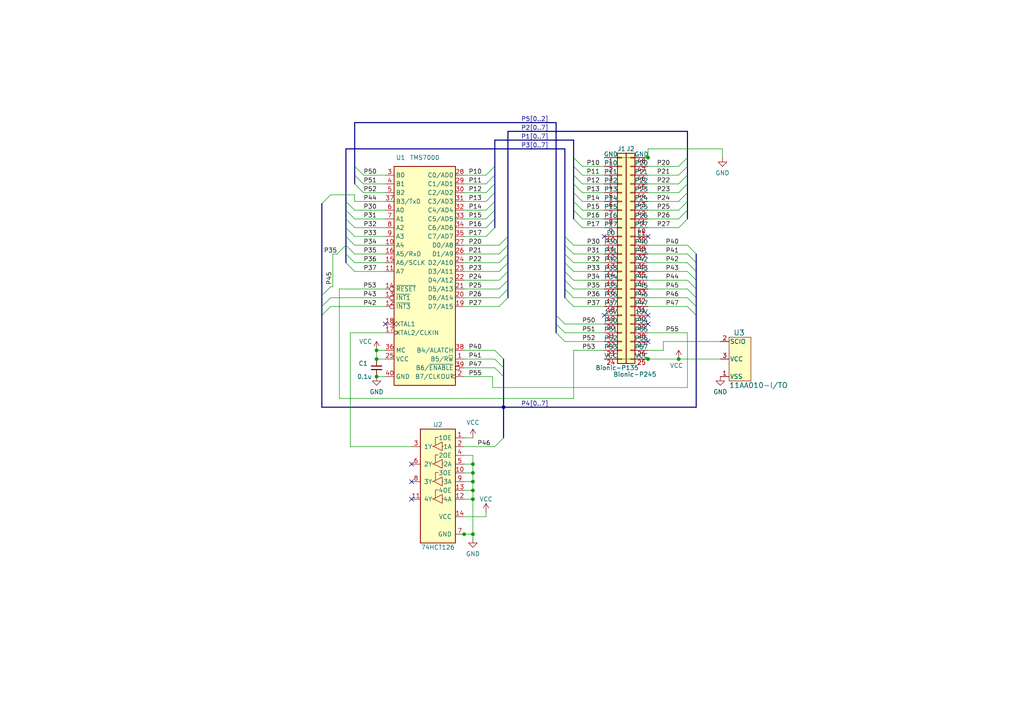
<source format=kicad_sch>
(kicad_sch (version 20230121) (generator eeschema)
  (paper "A4")
  (title_block (title "BionicTMS7000") (date "2023-12-10") (rev "1") (company "Tadashi G. Takaoka"))
  (lib_symbols
    (symbol "0-LocalLibrary:11AA010-I_TO" (pin_names (offset 0.254))
      (property "Reference" "U" (at 2.54 1.27 0))
      (property "Value" "11AA010-I/TO" (at 3.81 -13.97 0))
      (symbol "11AA010-I_TO_1_1"
        (rectangle (start 0 0) (end 6.35 -12.7) (fill (type background)))
        (pin power_in line (at -2.54 -11.43 0) (length 2.54) (name "VSS") (number "1"))
        (pin bidirectional line (at -2.54 -1.27 0) (length 2.54) (name "SCIO") (number "2"))
        (pin power_in line (at -2.54 -6.35 0) (length 2.54) (name "VCC") (number "3"))
      )
    )
    (symbol "0-LocalLibrary:74HCT126" (pin_names (offset 1.016))
      (property "Reference" "U" (at 0 16.51 0))
      (property "Value" "74HCT126" (at 0 -19.05 0))
      (symbol "74HCT126_0_1"
        (polyline (pts (xy -1.2954 10.2108) (xy -1.6002 10.2108)))
        (polyline (pts (xy 1.2954 10.2362) (xy 1.651 10.2362)))
        (polyline (pts (xy 0.7112 10.5664) (xy 0.7112 12.827) (xy -0.127 12.827) (xy -0.1016 12.827)))
      )
      (symbol "74HCT126_1_0"
        (polyline (pts (xy 1.27 10.2362) (xy -1.27 11.5062) (xy -1.27 8.9662) (xy 1.27 10.2362)) (stroke (width 0.1524)))
        (pin input line (at -7.62 12.7 0) (length 2.54) (name "1OE") (number "1"))
        (pin input line (at -7.62 2.54 0) (length 2.54) (name "3OE") (number "10"))
        (pin tri_state line (at 7.62 -5.08 180) (length 2.54) (name "4Y") (number "11"))
        (pin input line (at -7.62 -5.08 0) (length 2.54) (name "4A") (number "12"))
        (pin input line (at -7.62 -2.54 0) (length 2.54) (name "4OE") (number "13"))
        (pin power_in line (at -7.62 -10.16 0) (length 2.54) (name "VCC") (number "14"))
        (pin input line (at -7.62 10.16 0) (length 2.54) (name "1A") (number "2"))
        (pin tri_state line (at 7.62 10.16 180) (length 2.54) (name "1Y") (number "3"))
        (pin input line (at -7.62 7.62 0) (length 2.54) (name "2OE") (number "4"))
        (pin input line (at -7.62 5.08 0) (length 2.54) (name "2A") (number "5"))
        (pin tri_state line (at 7.62 5.08 180) (length 2.54) (name "2Y") (number "6"))
        (pin power_in line (at -7.62 -15.24 0) (length 2.54) (name "GND") (number "7"))
        (pin tri_state line (at 7.62 0 180) (length 2.54) (name "3Y") (number "8"))
        (pin input line (at -7.62 0 0) (length 2.54) (name "3A") (number "9"))
      )
      (symbol "74HCT126_1_1"
        (rectangle (start -5.08 15.24) (end 5.08 -17.78) (stroke (width 0.254)) (fill (type background)))
        (polyline (pts (xy -1.2954 -5.0292) (xy -1.6002 -5.0292)))
        (polyline (pts (xy -1.2954 0.0508) (xy -1.6002 0.0508)))
        (polyline (pts (xy -1.2954 5.1308) (xy -1.6002 5.1308)))
        (polyline (pts (xy 1.2954 -5.0038) (xy 1.651 -5.0038)))
        (polyline (pts (xy 1.2954 0.0762) (xy 1.651 0.0762)))
        (polyline (pts (xy 1.2954 5.1562) (xy 1.651 5.1562)))
        (polyline (pts (xy 0.7112 -4.6736) (xy 0.7112 -2.413) (xy -0.127 -2.413) (xy -0.1016 -2.413)))
        (polyline (pts (xy 0.7112 0.4064) (xy 0.7112 2.667) (xy -0.127 2.667) (xy -0.1016 2.667)))
        (polyline (pts (xy 0.7112 5.4864) (xy 0.7112 7.747) (xy -0.127 7.747) (xy -0.1016 7.747)))
        (polyline (pts (xy 1.27 -5.0038) (xy -1.27 -3.7338) (xy -1.27 -6.2738) (xy 1.27 -5.0038)) (stroke (width 0.1524)))
        (polyline (pts (xy 1.27 0.0762) (xy -1.27 1.3462) (xy -1.27 -1.1938) (xy 1.27 0.0762)) (stroke (width 0.1524)))
        (polyline (pts (xy 1.27 5.1562) (xy -1.27 6.4262) (xy -1.27 3.8862) (xy 1.27 5.1562)) (stroke (width 0.1524)))
      )
    )
    (symbol "0-LocalLibrary:Bionic-P135" (pin_names (offset 0))
      (property "Reference" "J" (at 0 30.48 0))
      (property "Value" "Bionic-P135" (at -1.27 -33.02 0))
      (symbol "Bionic-P135_1_1"
        (rectangle (start -1.27 -30.353) (end 0 -30.607) (stroke (width 0.1524)))
        (rectangle (start -1.27 -27.813) (end 0 -28.067) (stroke (width 0.1524)))
        (rectangle (start -1.27 -25.273) (end 0 -25.527) (stroke (width 0.1524)))
        (rectangle (start -1.27 -22.733) (end 0 -22.987) (stroke (width 0.1524)))
        (rectangle (start -1.27 -20.193) (end 0 -20.447) (stroke (width 0.1524)))
        (rectangle (start -1.27 -17.653) (end 0 -17.907) (stroke (width 0.1524)))
        (rectangle (start -1.27 -15.113) (end 0 -15.367) (stroke (width 0.1524)))
        (rectangle (start -1.27 -12.573) (end 0 -12.827) (stroke (width 0.1524)))
        (rectangle (start -1.27 -10.033) (end 0 -10.287) (stroke (width 0.1524)))
        (rectangle (start -1.27 -7.493) (end 0 -7.747) (stroke (width 0.1524)))
        (rectangle (start -1.27 -4.953) (end 0 -5.207) (stroke (width 0.1524)))
        (rectangle (start -1.27 -2.413) (end 0 -2.667) (stroke (width 0.1524)))
        (rectangle (start -1.27 0.127) (end 0 -0.127) (stroke (width 0.1524)))
        (rectangle (start -1.27 2.667) (end 0 2.413) (stroke (width 0.1524)))
        (rectangle (start -1.27 5.207) (end 0 4.953) (stroke (width 0.1524)))
        (rectangle (start -1.27 7.747) (end 0 7.493) (stroke (width 0.1524)))
        (rectangle (start -1.27 10.287) (end 0 10.033) (stroke (width 0.1524)))
        (rectangle (start -1.27 12.827) (end 0 12.573) (stroke (width 0.1524)))
        (rectangle (start -1.27 15.367) (end 0 15.113) (stroke (width 0.1524)))
        (rectangle (start -1.27 17.907) (end 0 17.653) (stroke (width 0.1524)))
        (rectangle (start -1.27 20.447) (end 0 20.193) (stroke (width 0.1524)))
        (rectangle (start -1.27 22.987) (end 0 22.733) (stroke (width 0.1524)))
        (rectangle (start -1.27 25.527) (end 0 25.273) (stroke (width 0.1524)))
        (rectangle (start -1.27 28.067) (end 0 27.813) (stroke (width 0.1524)))
        (rectangle (start -1.27 29.21) (end 1.27 -31.75) (stroke (width 0.254)) (fill (type background)))
        (pin power_out line (at -5.08 27.94 0) (length 3.81) (name "GND") (number "1"))
        (pin bidirectional line (at -5.08 5.08 0) (length 3.81) (name "E0") (number "10"))
        (pin bidirectional line (at -5.08 2.54 0) (length 3.81) (name "P30") (number "11"))
        (pin bidirectional line (at -5.08 0 0) (length 3.81) (name "P31") (number "12"))
        (pin bidirectional line (at -5.08 -2.54 0) (length 3.81) (name "P32") (number "13"))
        (pin bidirectional line (at -5.08 -5.08 0) (length 3.81) (name "P33") (number "14"))
        (pin bidirectional line (at -5.08 -7.62 0) (length 3.81) (name "P34") (number "15"))
        (pin bidirectional line (at -5.08 -10.16 0) (length 3.81) (name "P35") (number "16"))
        (pin bidirectional line (at -5.08 -12.7 0) (length 3.81) (name "P36") (number "17"))
        (pin bidirectional line (at -5.08 -15.24 0) (length 3.81) (name "P37") (number "18"))
        (pin power_out line (at -5.08 -17.78 0) (length 3.81) (name "15V") (number "19"))
        (pin bidirectional line (at -5.08 25.4 0) (length 3.81) (name "P10") (number "2"))
        (pin bidirectional line (at -5.08 -20.32 0) (length 3.81) (name "P50") (number "20"))
        (pin bidirectional line (at -5.08 -22.86 0) (length 3.81) (name "P51") (number "21"))
        (pin bidirectional line (at -5.08 -25.4 0) (length 3.81) (name "P52") (number "22"))
        (pin bidirectional line (at -5.08 -27.94 0) (length 3.81) (name "P53") (number "23"))
        (pin power_out line (at -5.08 -30.48 0) (length 3.81) (name "VCC") (number "24"))
        (pin bidirectional line (at -5.08 22.86 0) (length 3.81) (name "P11") (number "3"))
        (pin bidirectional line (at -5.08 20.32 0) (length 3.81) (name "P12") (number "4"))
        (pin bidirectional line (at -5.08 17.78 0) (length 3.81) (name "P13") (number "5"))
        (pin bidirectional line (at -5.08 15.24 0) (length 3.81) (name "P14") (number "6"))
        (pin bidirectional line (at -5.08 12.7 0) (length 3.81) (name "P15") (number "7"))
        (pin bidirectional line (at -5.08 10.16 0) (length 3.81) (name "P16") (number "8"))
        (pin bidirectional line (at -5.08 7.62 0) (length 3.81) (name "P17") (number "9"))
      )
    )
    (symbol "0-LocalLibrary:Bionic-P245" (pin_names (offset 0))
      (property "Reference" "J" (at -3.81 30.48 0))
      (property "Value" "Bionic-P245" (at -1.27 -33.02 0))
      (symbol "Bionic-P245_1_1"
        (rectangle (start -5.08 -31.75) (end -2.54 29.21) (stroke (width 0.254)) (fill (type background)))
        (rectangle (start -3.81 -30.607) (end -2.54 -30.353) (stroke (width 0.1524)))
        (rectangle (start -3.81 -28.067) (end -2.54 -27.813) (stroke (width 0.1524)))
        (rectangle (start -3.81 -25.527) (end -2.54 -25.273) (stroke (width 0.1524)))
        (rectangle (start -3.81 -22.987) (end -2.54 -22.733) (stroke (width 0.1524)))
        (rectangle (start -3.81 -20.447) (end -2.54 -20.193) (stroke (width 0.1524)))
        (rectangle (start -3.81 -17.907) (end -2.54 -17.653) (stroke (width 0.1524)))
        (rectangle (start -3.81 -15.367) (end -2.54 -15.113) (stroke (width 0.1524)))
        (rectangle (start -3.81 -12.827) (end -2.54 -12.573) (stroke (width 0.1524)))
        (rectangle (start -3.81 -10.287) (end -2.54 -10.033) (stroke (width 0.1524)))
        (rectangle (start -3.81 -7.747) (end -2.54 -7.493) (stroke (width 0.1524)))
        (rectangle (start -3.81 -5.207) (end -2.54 -4.953) (stroke (width 0.1524)))
        (rectangle (start -3.81 -2.667) (end -2.54 -2.413) (stroke (width 0.1524)))
        (rectangle (start -3.81 -0.127) (end -2.54 0.127) (stroke (width 0.1524)))
        (rectangle (start -3.81 2.413) (end -2.54 2.667) (stroke (width 0.1524)))
        (rectangle (start -3.81 4.953) (end -2.54 5.207) (stroke (width 0.1524)))
        (rectangle (start -3.81 7.493) (end -2.54 7.747) (stroke (width 0.1524)))
        (rectangle (start -3.81 10.033) (end -2.54 10.287) (stroke (width 0.1524)))
        (rectangle (start -3.81 12.573) (end -2.54 12.827) (stroke (width 0.1524)))
        (rectangle (start -3.81 15.113) (end -2.54 15.367) (stroke (width 0.1524)))
        (rectangle (start -3.81 17.653) (end -2.54 17.907) (stroke (width 0.1524)))
        (rectangle (start -3.81 20.193) (end -2.54 20.447) (stroke (width 0.1524)))
        (rectangle (start -3.81 22.733) (end -2.54 22.987) (stroke (width 0.1524)))
        (rectangle (start -3.81 25.273) (end -2.54 25.527) (stroke (width 0.1524)))
        (rectangle (start -3.81 27.813) (end -2.54 28.067) (stroke (width 0.1524)))
        (pin power_in line (at 1.27 -30.48 180) (length 3.81) (name "VCC") (number "25"))
        (pin bidirectional line (at 1.27 -27.94 180) (length 3.81) (name "P57") (number "26"))
        (pin bidirectional line (at 1.27 -25.4 180) (length 3.81) (name "P56") (number "27"))
        (pin bidirectional line (at 1.27 -22.86 180) (length 3.81) (name "P55") (number "28"))
        (pin bidirectional line (at 1.27 -20.32 180) (length 3.81) (name "P54") (number "29"))
        (pin power_in line (at 1.27 -17.78 180) (length 3.81) (name "15V") (number "30"))
        (pin bidirectional line (at 1.27 -15.24 180) (length 3.81) (name "P47") (number "31"))
        (pin bidirectional line (at 1.27 -12.7 180) (length 3.81) (name "P46") (number "32"))
        (pin bidirectional line (at 1.27 -10.16 180) (length 3.81) (name "P45") (number "33"))
        (pin bidirectional line (at 1.27 -7.62 180) (length 3.81) (name "P44") (number "34"))
        (pin bidirectional line (at 1.27 -5.08 180) (length 3.81) (name "P43") (number "35"))
        (pin bidirectional line (at 1.27 -2.54 180) (length 3.81) (name "P42") (number "36"))
        (pin bidirectional line (at 1.27 0 180) (length 3.81) (name "P41") (number "37"))
        (pin bidirectional line (at 1.27 2.54 180) (length 3.81) (name "P40") (number "38"))
        (pin bidirectional line (at 1.27 5.08 180) (length 3.81) (name "E1") (number "39"))
        (pin bidirectional line (at 1.27 7.62 180) (length 3.81) (name "P27") (number "40"))
        (pin bidirectional line (at 1.27 10.16 180) (length 3.81) (name "P26") (number "41"))
        (pin bidirectional line (at 1.27 12.7 180) (length 3.81) (name "P25") (number "42"))
        (pin bidirectional line (at 1.27 15.24 180) (length 3.81) (name "P24") (number "43"))
        (pin bidirectional line (at 1.27 17.78 180) (length 3.81) (name "P23") (number "44"))
        (pin bidirectional line (at 1.27 20.32 180) (length 3.81) (name "P22") (number "45"))
        (pin bidirectional line (at 1.27 22.86 180) (length 3.81) (name "P21") (number "46"))
        (pin bidirectional line (at 1.27 25.4 180) (length 3.81) (name "P20") (number "47"))
        (pin power_in line (at 1.27 27.94 180) (length 3.81) (name "GND") (number "48"))
      )
    )
    (symbol "0-LocalLibrary:TMS7001"
      (property "Reference" "U" (at -1.27 31.75 0))
      (property "Value" "TMS7000" (at -1.27 -11.43 90))
      (symbol "TMS7001_0_1"
        (rectangle (start -8.89 30.48) (end 8.89 -33.02) (stroke (width 0.254)) (fill (type background)))
      )
      (symbol "TMS7001_1_1"
        (pin output line (at 11.43 -25.4 180) (length 2.54) (name "B5/R~{W}") (number "1"))
        (pin bidirectional line (at -11.43 7.62 0) (length 2.54) (name "A4") (number "10"))
        (pin input line (at -11.43 0 0) (length 2.54) (name "A7") (number "11"))
        (pin input inverted (at -11.43 -10.16 0) (length 2.54) (name "~{INT3}") (number "12"))
        (pin input inverted (at -11.43 -7.62 0) (length 2.54) (name "~{INT1}") (number "13"))
        (pin input inverted (at -11.43 -5.08 0) (length 2.54) (name "~{RESET}") (number "14"))
        (pin bidirectional line (at -11.43 2.54 0) (length 2.54) (name "A6/SCLK") (number "15"))
        (pin input line (at -11.43 5.08 0) (length 2.54) (name "A5/RxD") (number "16"))
        (pin input clock (at -11.43 -17.78 0) (length 2.54) (name "XTAL2/CLKIN") (number "17"))
        (pin output non_logic (at -11.43 -15.24 0) (length 2.54) (name "XTAL1") (number "18"))
        (pin bidirectional line (at 11.43 -10.16 180) (length 2.54) (name "D7/A15") (number "19"))
        (pin output clock (at 11.43 -30.48 180) (length 2.54) (name "B7/CLKOUT") (number "2"))
        (pin bidirectional line (at 11.43 -7.62 180) (length 2.54) (name "D6/A14") (number "20"))
        (pin bidirectional line (at 11.43 -5.08 180) (length 2.54) (name "D5/A13") (number "21"))
        (pin bidirectional line (at 11.43 -2.54 180) (length 2.54) (name "D4/A12") (number "22"))
        (pin bidirectional line (at 11.43 0 180) (length 2.54) (name "D3/A11") (number "23"))
        (pin bidirectional line (at 11.43 2.54 180) (length 2.54) (name "D2/A10") (number "24"))
        (pin power_in line (at -11.43 -25.4 0) (length 2.54) (name "VCC") (number "25"))
        (pin bidirectional line (at 11.43 5.08 180) (length 2.54) (name "D1/A9") (number "26"))
        (pin bidirectional line (at 11.43 7.62 180) (length 2.54) (name "D0/A8") (number "27"))
        (pin bidirectional line (at 11.43 27.94 180) (length 2.54) (name "C0/AD0") (number "28"))
        (pin bidirectional line (at 11.43 25.4 180) (length 2.54) (name "C1/AD1") (number "29"))
        (pin output line (at -11.43 27.94 0) (length 2.54) (name "B0") (number "3"))
        (pin bidirectional line (at 11.43 22.86 180) (length 2.54) (name "C2/AD2") (number "30"))
        (pin bidirectional line (at 11.43 20.32 180) (length 2.54) (name "C3/AD3") (number "31"))
        (pin bidirectional line (at 11.43 17.78 180) (length 2.54) (name "C4/AD4") (number "32"))
        (pin bidirectional line (at 11.43 15.24 180) (length 2.54) (name "C5/AD5") (number "33"))
        (pin bidirectional line (at 11.43 12.7 180) (length 2.54) (name "C6/AD6") (number "34"))
        (pin bidirectional line (at 11.43 10.16 180) (length 2.54) (name "C7/AD7") (number "35"))
        (pin input line (at -11.43 -22.86 0) (length 2.54) (name "MC") (number "36"))
        (pin output line (at -11.43 20.32 0) (length 2.54) (name "B3/TxD") (number "37"))
        (pin output line (at 11.43 -22.86 180) (length 2.54) (name "B4/ALATCH") (number "38"))
        (pin output inverted (at 11.43 -27.94 180) (length 2.54) (name "B6/~{ENABLE}") (number "39"))
        (pin output line (at -11.43 25.4 0) (length 2.54) (name "B1") (number "4"))
        (pin power_in line (at -11.43 -30.48 0) (length 2.54) (name "GND") (number "40"))
        (pin output line (at -11.43 22.86 0) (length 2.54) (name "B2") (number "5"))
        (pin bidirectional line (at -11.43 17.78 0) (length 2.54) (name "A0") (number "6"))
        (pin bidirectional line (at -11.43 15.24 0) (length 2.54) (name "A1") (number "7"))
        (pin bidirectional line (at -11.43 12.7 0) (length 2.54) (name "A2") (number "8"))
        (pin bidirectional line (at -11.43 10.16 0) (length 2.54) (name "A3") (number "9"))
      )
    )
    (symbol "Device:C_Small" (pin_numbers hide) (pin_names (offset 0.254) hide)
      (property "Reference" "C" (at 0.254 1.778 0))
      (property "Value" "C_Small" (at 0.254 -2.032 0))
      (symbol "C_Small_0_1"
        (polyline (pts (xy -1.524 -0.508) (xy 1.524 -0.508)) (stroke (width 0.3302)))
        (polyline (pts (xy -1.524 0.508) (xy 1.524 0.508)) (stroke (width 0.3048)))
      )
      (symbol "C_Small_1_1"
        (pin passive line (at 0 2.54 270) (length 2.032) (name "~") (number "1"))
        (pin passive line (at 0 -2.54 90) (length 2.032) (name "~") (number "2"))
      )
    )
    (symbol "GND_1" (power) (pin_names (offset 0))
      (property "Value" "GND_1" (at 0 -3.81 0))
      (symbol "GND_1_0_1"
        (polyline (pts (xy 0 0) (xy 0 -1.27) (xy 1.27 -1.27) (xy 0 -2.54) (xy -1.27 -1.27) (xy 0 -1.27)))
      )
      (symbol "GND_1_1_1"
        (pin power_in line (at 0 0 270) (length 0) hide (name "GND") (number "1"))
      )
    )
    (symbol "VCC_1" (power) (pin_names (offset 0))
      (property "Value" "VCC_1" (at 0 3.81 0))
      (symbol "VCC_1_0_1"
        (polyline (pts (xy -0.762 1.27) (xy 0 2.54)))
        (polyline (pts (xy 0 0) (xy 0 2.54)))
        (polyline (pts (xy 0 2.54) (xy 0.762 1.27)))
      )
      (symbol "VCC_1_1_1"
        (pin power_in line (at 0 0 90) (length 0) hide (name "VCC") (number "1"))
      )
    )
  )
  (junction (at 137.16 142.24))
  (junction (at 137.16 144.78))
  (junction (at 109.22 101.6))
  (junction (at 137.16 139.7))
  (junction (at 137.16 134.62))
  (junction (at 137.16 154.94))
  (junction (at 137.16 137.16))
  (junction (at 187.96 104.14))
  (junction (at 146.05 118.11))
  (junction (at 134.62 154.94))
  (junction (at 109.22 104.14))
  (junction (at 109.22 109.22))
  (junction (at 196.85 104.14))
  (junction (at 187.96 45.72))
  (no_connect (at 175.26 68.58))
  (no_connect (at 187.96 91.44))
  (no_connect (at 175.26 91.44))
  (no_connect (at 119.38 134.62))
  (no_connect (at 187.96 93.98))
  (no_connect (at 187.96 99.06))
  (no_connect (at 119.38 139.7))
  (no_connect (at 187.96 68.58))
  (no_connect (at 119.38 144.78))
  (no_connect (at 111.76 93.98))
  (bus_entry (at 199.39 60.96) (size -2.54 2.54))
  (bus_entry (at 199.39 71.12) (size 2.54 2.54))
  (bus_entry (at 102.87 53.34) (size 2.54 2.54))
  (bus_entry (at 102.87 48.26) (size 2.54 2.54))
  (bus_entry (at 168.91 60.96) (size -2.54 -2.54))
  (bus_entry (at 140.97 63.5) (size 2.54 -2.54))
  (bus_entry (at 199.39 88.9) (size 2.54 2.54))
  (bus_entry (at 147.32 73.66) (size -2.54 2.54))
  (bus_entry (at 199.39 45.72) (size -2.54 2.54))
  (bus_entry (at 95.885 56.515) (size -2.54 2.54))
  (bus_entry (at 143.51 104.14) (size 2.54 2.54))
  (bus_entry (at 95.885 86.36) (size -2.54 2.54))
  (bus_entry (at 199.39 73.66) (size 2.54 2.54))
  (bus_entry (at 168.91 48.26) (size -2.54 -2.54))
  (bus_entry (at 199.39 63.5) (size -2.54 2.54))
  (bus_entry (at 95.885 83.185) (size -2.54 2.54))
  (bus_entry (at 199.39 81.28) (size 2.54 2.54))
  (bus_entry (at 161.29 96.52) (size 2.54 2.54))
  (bus_entry (at 147.32 76.2) (size -2.54 2.54))
  (bus_entry (at 163.83 68.58) (size 2.54 2.54))
  (bus_entry (at 163.83 71.12) (size 2.54 2.54))
  (bus_entry (at 168.91 55.88) (size -2.54 -2.54))
  (bus_entry (at 199.39 86.36) (size 2.54 2.54))
  (bus_entry (at 168.91 53.34) (size -2.54 -2.54))
  (bus_entry (at 168.91 50.8) (size -2.54 -2.54))
  (bus_entry (at 102.87 50.8) (size 2.54 2.54))
  (bus_entry (at 100.33 60.96) (size 2.54 2.54))
  (bus_entry (at 95.885 88.9) (size -2.54 2.54))
  (bus_entry (at 140.97 66.04) (size 2.54 -2.54))
  (bus_entry (at 140.97 53.34) (size 2.54 -2.54))
  (bus_entry (at 100.33 68.58) (size 2.54 2.54))
  (bus_entry (at 168.91 63.5) (size -2.54 -2.54))
  (bus_entry (at 140.97 58.42) (size 2.54 -2.54))
  (bus_entry (at 199.39 58.42) (size -2.54 2.54))
  (bus_entry (at 147.32 68.58) (size -2.54 2.54))
  (bus_entry (at 140.97 68.58) (size 2.54 -2.54))
  (bus_entry (at 147.32 81.28) (size -2.54 2.54))
  (bus_entry (at 140.97 50.8) (size 2.54 -2.54))
  (bus_entry (at 100.33 71.12) (size -2.54 2.54))
  (bus_entry (at 143.51 106.68) (size 2.54 2.54))
  (bus_entry (at 163.83 73.66) (size 2.54 2.54))
  (bus_entry (at 147.32 83.82) (size -2.54 2.54))
  (bus_entry (at 147.32 78.74) (size -2.54 2.54))
  (bus_entry (at 168.91 66.04) (size -2.54 -2.54))
  (bus_entry (at 199.39 78.74) (size 2.54 2.54))
  (bus_entry (at 100.33 76.2) (size 2.54 2.54))
  (bus_entry (at 100.33 58.42) (size 2.54 2.54))
  (bus_entry (at 199.39 83.82) (size 2.54 2.54))
  (bus_entry (at 199.39 53.34) (size -2.54 2.54))
  (bus_entry (at 100.33 73.66) (size 2.54 2.54))
  (bus_entry (at 163.83 76.2) (size 2.54 2.54))
  (bus_entry (at 199.39 50.8) (size -2.54 2.54))
  (bus_entry (at 100.33 66.04) (size 2.54 2.54))
  (bus_entry (at 143.51 101.6) (size 2.54 2.54))
  (bus_entry (at 199.39 76.2) (size 2.54 2.54))
  (bus_entry (at 163.83 86.36) (size 2.54 2.54))
  (bus_entry (at 161.29 93.98) (size 2.54 2.54))
  (bus_entry (at 199.39 48.26) (size -2.54 2.54))
  (bus_entry (at 100.33 71.12) (size 2.54 2.54))
  (bus_entry (at 199.39 55.88) (size -2.54 2.54))
  (bus_entry (at 147.32 86.36) (size -2.54 2.54))
  (bus_entry (at 146.05 127) (size -2.54 2.54))
  (bus_entry (at 147.32 71.12) (size -2.54 2.54))
  (bus_entry (at 100.33 63.5) (size 2.54 2.54))
  (bus_entry (at 163.83 83.82) (size 2.54 2.54))
  (bus_entry (at 163.83 81.28) (size 2.54 2.54))
  (bus_entry (at 140.97 60.96) (size 2.54 -2.54))
  (bus_entry (at 140.97 55.88) (size 2.54 -2.54))
  (bus_entry (at 168.91 58.42) (size -2.54 -2.54))
  (bus_entry (at 163.83 78.74) (size 2.54 2.54))
  (bus_entry (at 161.29 91.44) (size 2.54 2.54))
  (wire (pts (xy 134.62 104.14) (xy 143.51 104.14)))
  (wire (pts (xy 137.16 132.08) (xy 137.16 134.62)))
  (wire (pts (xy 137.16 142.24) (xy 137.16 144.78)))
  (bus (pts (xy 199.39 53.34) (xy 199.39 55.88)))
  (wire (pts (xy 175.26 66.04) (xy 168.91 66.04)))
  (wire (pts (xy 134.62 60.96) (xy 140.97 60.96)))
  (bus (pts (xy 93.345 118.11) (xy 146.05 118.11)))
  (bus (pts (xy 147.32 73.66) (xy 147.32 76.2)))
  (wire (pts (xy 111.76 96.52) (xy 101.6 96.52)))
  (wire (pts (xy 137.16 144.78) (xy 137.16 154.94)))
  (bus (pts (xy 201.93 81.28) (xy 201.93 83.82)))
  (wire (pts (xy 102.87 60.96) (xy 111.76 60.96)))
  (wire (pts (xy 102.87 66.04) (xy 111.76 66.04)))
  (wire (pts (xy 175.26 55.88) (xy 168.91 55.88)))
  (wire (pts (xy 98.425 83.82) (xy 111.76 83.82)))
  (bus (pts (xy 201.93 73.66) (xy 201.93 76.2)))
  (bus (pts (xy 166.37 55.88) (xy 166.37 58.42)))
  (wire (pts (xy 175.26 48.26) (xy 168.91 48.26)))
  (wire (pts (xy 109.22 101.6) (xy 111.76 101.6)))
  (wire (pts (xy 199.39 96.52) (xy 187.96 96.52)))
  (wire (pts (xy 163.83 93.98) (xy 175.26 93.98)))
  (bus (pts (xy 166.37 45.72) (xy 166.37 48.26)))
  (bus (pts (xy 100.33 76.2) (xy 100.33 73.66)))
  (bus (pts (xy 199.39 60.96) (xy 199.39 63.5)))
  (wire (pts (xy 134.62 66.04) (xy 140.97 66.04)))
  (bus (pts (xy 147.32 71.12) (xy 147.32 73.66)))
  (wire (pts (xy 102.87 58.42) (xy 102.87 56.515)))
  (bus (pts (xy 201.93 78.74) (xy 201.93 81.28)))
  (bus (pts (xy 146.05 106.68) (xy 146.05 109.22)))
  (wire (pts (xy 137.16 137.16) (xy 137.16 139.7)))
  (bus (pts (xy 166.37 58.42) (xy 166.37 60.96)))
  (wire (pts (xy 187.96 104.14) (xy 196.85 104.14)))
  (wire (pts (xy 187.96 86.36) (xy 199.39 86.36)))
  (wire (pts (xy 166.37 86.36) (xy 175.26 86.36)))
  (bus (pts (xy 163.83 71.12) (xy 163.83 73.66)))
  (wire (pts (xy 166.37 83.82) (xy 175.26 83.82)))
  (wire (pts (xy 175.26 53.34) (xy 168.91 53.34)))
  (bus (pts (xy 146.05 104.14) (xy 146.05 106.68)))
  (wire (pts (xy 105.41 50.8) (xy 111.76 50.8)))
  (wire (pts (xy 187.96 73.66) (xy 199.39 73.66)))
  (wire (pts (xy 95.885 56.515) (xy 102.87 56.515)))
  (wire (pts (xy 102.87 71.12) (xy 111.76 71.12)))
  (bus (pts (xy 163.83 78.74) (xy 163.83 81.28)))
  (wire (pts (xy 109.22 104.14) (xy 109.22 101.6)))
  (bus (pts (xy 199.39 50.8) (xy 199.39 53.34)))
  (bus (pts (xy 143.51 58.42) (xy 143.51 60.96)))
  (bus (pts (xy 143.51 53.34) (xy 143.51 55.88)))
  (bus (pts (xy 147.32 38.1) (xy 147.32 68.58)))
  (bus (pts (xy 146.05 118.11) (xy 201.93 118.11)))
  (wire (pts (xy 134.62 73.66) (xy 144.78 73.66)))
  (bus (pts (xy 199.39 58.42) (xy 199.39 60.96)))
  (wire (pts (xy 96.52 83.185) (xy 95.885 83.185)))
  (wire (pts (xy 175.26 50.8) (xy 168.91 50.8)))
  (wire (pts (xy 134.62 154.94) (xy 137.16 154.94)))
  (wire (pts (xy 175.26 60.96) (xy 168.91 60.96)))
  (bus (pts (xy 93.345 85.725) (xy 93.345 88.9)))
  (bus (pts (xy 199.39 38.1) (xy 147.32 38.1)))
  (wire (pts (xy 137.16 156.21) (xy 137.16 154.94)))
  (wire (pts (xy 134.62 139.7) (xy 137.16 139.7)))
  (wire (pts (xy 142.875 109.22) (xy 142.875 112.395)))
  (bus (pts (xy 147.32 68.58) (xy 147.32 71.12)))
  (wire (pts (xy 137.16 139.7) (xy 137.16 142.24)))
  (wire (pts (xy 134.62 134.62) (xy 137.16 134.62)))
  (bus (pts (xy 199.39 38.1) (xy 199.39 45.72)))
  (bus (pts (xy 199.39 48.26) (xy 199.39 50.8)))
  (bus (pts (xy 147.32 78.74) (xy 147.32 81.28)))
  (wire (pts (xy 134.62 76.2) (xy 144.78 76.2)))
  (bus (pts (xy 100.33 68.58) (xy 100.33 66.04)))
  (wire (pts (xy 134.62 132.08) (xy 137.16 132.08)))
  (wire (pts (xy 166.37 101.6) (xy 175.26 101.6)))
  (bus (pts (xy 102.87 35.56) (xy 102.87 48.26)))
  (wire (pts (xy 187.96 43.18) (xy 209.55 43.18)))
  (wire (pts (xy 134.62 71.12) (xy 144.78 71.12)))
  (bus (pts (xy 166.37 40.64) (xy 166.37 45.72)))
  (bus (pts (xy 147.32 81.28) (xy 147.32 83.82)))
  (bus (pts (xy 166.37 53.34) (xy 166.37 55.88)))
  (bus (pts (xy 100.33 60.96) (xy 100.33 58.42)))
  (wire (pts (xy 102.87 63.5) (xy 111.76 63.5)))
  (wire (pts (xy 111.76 58.42) (xy 102.87 58.42)))
  (wire (pts (xy 95.885 88.9) (xy 111.76 88.9)))
  (wire (pts (xy 134.62 127) (xy 137.16 127)))
  (wire (pts (xy 105.41 53.34) (xy 111.76 53.34)))
  (bus (pts (xy 93.345 59.055) (xy 93.345 85.725)))
  (bus (pts (xy 143.51 60.96) (xy 143.51 63.5)))
  (wire (pts (xy 134.62 101.6) (xy 143.51 101.6)))
  (wire (pts (xy 187.96 81.28) (xy 199.39 81.28)))
  (wire (pts (xy 134.62 81.28) (xy 144.78 81.28)))
  (bus (pts (xy 163.83 43.18) (xy 163.83 68.58)))
  (wire (pts (xy 134.62 129.54) (xy 143.51 129.54)))
  (wire (pts (xy 187.96 88.9) (xy 199.39 88.9)))
  (wire (pts (xy 187.96 48.26) (xy 196.85 48.26)))
  (bus (pts (xy 100.33 71.12) (xy 100.33 68.58)))
  (wire (pts (xy 97.79 73.66) (xy 96.52 73.66)))
  (wire (pts (xy 134.62 53.34) (xy 140.97 53.34)))
  (bus (pts (xy 100.33 63.5) (xy 100.33 60.96)))
  (bus (pts (xy 143.51 63.5) (xy 143.51 66.04)))
  (wire (pts (xy 102.87 78.74) (xy 111.76 78.74)))
  (wire (pts (xy 199.39 96.52) (xy 199.39 112.395)))
  (wire (pts (xy 119.38 129.54) (xy 101.6 129.54)))
  (bus (pts (xy 166.37 60.96) (xy 166.37 63.5)))
  (bus (pts (xy 201.93 86.36) (xy 201.93 88.9)))
  (wire (pts (xy 187.96 78.74) (xy 199.39 78.74)))
  (wire (pts (xy 134.62 88.9) (xy 144.78 88.9)))
  (bus (pts (xy 143.51 50.8) (xy 143.51 53.34)))
  (wire (pts (xy 199.39 76.2) (xy 187.96 76.2)))
  (wire (pts (xy 166.37 101.6) (xy 166.37 115.57)))
  (wire (pts (xy 163.83 99.06) (xy 175.26 99.06)))
  (wire (pts (xy 134.62 86.36) (xy 144.78 86.36)))
  (wire (pts (xy 187.96 71.12) (xy 199.39 71.12)))
  (wire (pts (xy 187.96 55.88) (xy 196.85 55.88)))
  (wire (pts (xy 134.62 109.22) (xy 142.875 109.22)))
  (wire (pts (xy 95.885 86.36) (xy 111.76 86.36)))
  (wire (pts (xy 134.62 58.42) (xy 140.97 58.42)))
  (bus (pts (xy 100.33 66.04) (xy 100.33 63.5)))
  (wire (pts (xy 134.62 55.88) (xy 140.97 55.88)))
  (bus (pts (xy 201.93 83.82) (xy 201.93 86.36)))
  (wire (pts (xy 166.37 76.2) (xy 175.26 76.2)))
  (bus (pts (xy 201.93 91.44) (xy 201.93 118.11)))
  (wire (pts (xy 134.62 144.78) (xy 137.16 144.78)))
  (wire (pts (xy 187.96 58.42) (xy 196.85 58.42)))
  (bus (pts (xy 199.39 55.88) (xy 199.39 58.42)))
  (wire (pts (xy 175.26 63.5) (xy 168.91 63.5)))
  (bus (pts (xy 102.87 48.26) (xy 102.87 50.8)))
  (bus (pts (xy 166.37 48.26) (xy 166.37 50.8)))
  (bus (pts (xy 163.83 73.66) (xy 163.83 76.2)))
  (wire (pts (xy 192.405 101.6) (xy 192.405 99.06)))
  (wire (pts (xy 166.37 71.12) (xy 175.26 71.12)))
  (wire (pts (xy 187.96 101.6) (xy 192.405 101.6)))
  (bus (pts (xy 163.83 76.2) (xy 163.83 78.74)))
  (bus (pts (xy 163.83 81.28) (xy 163.83 83.82)))
  (wire (pts (xy 187.96 50.8) (xy 196.85 50.8)))
  (bus (pts (xy 163.83 83.82) (xy 163.83 86.36)))
  (bus (pts (xy 93.345 88.9) (xy 93.345 91.44)))
  (bus (pts (xy 146.05 109.22) (xy 146.05 118.11)))
  (wire (pts (xy 102.87 76.2) (xy 111.76 76.2)))
  (wire (pts (xy 166.37 81.28) (xy 175.26 81.28)))
  (wire (pts (xy 98.425 115.57) (xy 98.425 83.82)))
  (wire (pts (xy 134.62 142.24) (xy 137.16 142.24)))
  (bus (pts (xy 143.51 55.88) (xy 143.51 58.42)))
  (bus (pts (xy 93.345 91.44) (xy 93.345 118.11)))
  (wire (pts (xy 134.62 68.58) (xy 140.97 68.58)))
  (bus (pts (xy 201.93 88.9) (xy 201.93 91.44)))
  (wire (pts (xy 192.405 99.06) (xy 208.915 99.06)))
  (bus (pts (xy 100.33 43.18) (xy 163.83 43.18)))
  (bus (pts (xy 161.29 96.52) (xy 161.29 93.98)))
  (wire (pts (xy 137.16 134.62) (xy 137.16 137.16)))
  (wire (pts (xy 140.97 149.86) (xy 134.62 149.86)))
  (wire (pts (xy 109.22 109.22) (xy 111.76 109.22)))
  (wire (pts (xy 187.96 63.5) (xy 196.85 63.5)))
  (wire (pts (xy 102.87 73.66) (xy 111.76 73.66)))
  (wire (pts (xy 187.96 60.96) (xy 196.85 60.96)))
  (bus (pts (xy 143.51 40.64) (xy 166.37 40.64)))
  (wire (pts (xy 166.37 73.66) (xy 175.26 73.66)))
  (wire (pts (xy 105.41 55.88) (xy 111.76 55.88)))
  (bus (pts (xy 102.87 50.8) (xy 102.87 53.34)))
  (wire (pts (xy 142.875 112.395) (xy 199.39 112.395)))
  (bus (pts (xy 161.29 91.44) (xy 161.29 35.56)))
  (wire (pts (xy 134.62 63.5) (xy 140.97 63.5)))
  (wire (pts (xy 109.22 104.14) (xy 111.76 104.14)))
  (wire (pts (xy 196.85 104.14) (xy 208.915 104.14)))
  (bus (pts (xy 166.37 50.8) (xy 166.37 53.34)))
  (wire (pts (xy 187.96 53.34) (xy 196.85 53.34)))
  (wire (pts (xy 187.96 66.04) (xy 196.85 66.04)))
  (wire (pts (xy 163.83 96.52) (xy 175.26 96.52)))
  (bus (pts (xy 143.51 48.26) (xy 143.51 50.8)))
  (bus (pts (xy 201.93 76.2) (xy 201.93 78.74)))
  (wire (pts (xy 175.26 104.14) (xy 187.96 104.14)))
  (wire (pts (xy 134.62 137.16) (xy 137.16 137.16)))
  (bus (pts (xy 161.29 93.98) (xy 161.29 91.44)))
  (wire (pts (xy 101.6 96.52) (xy 101.6 129.54)))
  (wire (pts (xy 175.26 45.72) (xy 187.96 45.72)))
  (wire (pts (xy 175.26 58.42) (xy 168.91 58.42)))
  (wire (pts (xy 96.52 73.66) (xy 96.52 83.185)))
  (bus (pts (xy 199.39 45.72) (xy 199.39 48.26)))
  (bus (pts (xy 161.29 35.56) (xy 102.87 35.56)))
  (bus (pts (xy 147.32 83.82) (xy 147.32 86.36)))
  (wire (pts (xy 187.96 83.82) (xy 199.39 83.82)))
  (wire (pts (xy 102.87 68.58) (xy 111.76 68.58)))
  (wire (pts (xy 134.62 106.68) (xy 143.51 106.68)))
  (wire (pts (xy 166.37 78.74) (xy 175.26 78.74)))
  (wire (pts (xy 140.97 149.86) (xy 140.97 148.59)))
  (bus (pts (xy 147.32 76.2) (xy 147.32 78.74)))
  (bus (pts (xy 146.05 118.11) (xy 146.05 127)))
  (bus (pts (xy 143.51 40.64) (xy 143.51 48.26)))
  (wire (pts (xy 166.37 115.57) (xy 98.425 115.57)))
  (wire (pts (xy 187.96 43.18) (xy 187.96 45.72)))
  (bus (pts (xy 163.83 68.58) (xy 163.83 71.12)))
  (bus (pts (xy 100.33 43.18) (xy 100.33 58.42)))
  (wire (pts (xy 134.62 78.74) (xy 144.78 78.74)))
  (wire (pts (xy 134.62 50.8) (xy 140.97 50.8)))
  (wire (pts (xy 166.37 88.9) (xy 175.26 88.9)))
  (bus (pts (xy 100.33 73.66) (xy 100.33 71.12)))
  (wire (pts (xy 209.55 43.18) (xy 209.55 45.72)))
  (wire (pts (xy 133.35 154.94) (xy 134.62 154.94)))
  (wire (pts (xy 134.62 83.82) (xy 144.78 83.82)))
  (label "P30" (at 105.41 60.96 0))
  (label "P47" (at 135.89 106.68 0))
  (label "P17" (at 135.89 68.58 0))
  (label "P35" (at 97.79 73.66 180))
  (label "P11" (at 173.99 50.8 180))
  (label "P20" (at 135.89 71.12 0))
  (label "P21" (at 135.89 73.66 0))
  (label "P43" (at 193.04 78.74 0))
  (label "P34" (at 170.18 81.28 0))
  (label "P10" (at 173.99 48.26 180))
  (label "P21" (at 190.5 50.8 0))
  (label "P31" (at 105.41 63.5 0))
  (label "P1[0..7]" (at 151.13 40.64 0))
  (label "P12" (at 135.89 55.88 0))
  (label "P45" (at 96.52 78.74 270))
  (label "P12" (at 173.99 53.34 180))
  (label "P26" (at 190.5 63.5 0))
  (label "P15" (at 173.99 60.96 180))
  (label "P35" (at 170.18 83.82 0))
  (label "P25" (at 190.5 60.96 0))
  (label "P53" (at 109.22 83.82 180))
  (label "P13" (at 135.89 58.42 0))
  (label "P32" (at 170.18 76.2 0))
  (label "P5[0..2]" (at 151.13 35.56 0))
  (label "P16" (at 135.89 66.04 0))
  (label "P32" (at 105.41 66.04 0))
  (label "P44" (at 193.04 81.28 0))
  (label "P45" (at 193.04 83.82 0))
  (label "P23" (at 190.5 55.88 0))
  (label "P50" (at 105.41 50.8 0))
  (label "P50" (at 172.72 93.98 180))
  (label "P10" (at 135.89 50.8 0))
  (label "P24" (at 135.89 81.28 0))
  (label "P33" (at 105.41 68.58 0))
  (label "P30" (at 170.18 71.12 0))
  (label "P23" (at 135.89 78.74 0))
  (label "P51" (at 172.72 96.52 180))
  (label "P16" (at 173.99 63.5 180))
  (label "P24" (at 190.5 58.42 0))
  (label "P17" (at 173.99 66.04 180))
  (label "P41" (at 135.89 104.14 0))
  (label "P11" (at 135.89 53.34 0))
  (label "P27" (at 135.89 88.9 0))
  (label "P3[0..7]" (at 151.13 43.18 0))
  (label "P2[0..7]" (at 151.13 38.1 0))
  (label "P53" (at 172.72 101.6 180))
  (label "P42" (at 109.22 88.9 180))
  (label "P52" (at 105.41 55.88 0))
  (label "P40" (at 135.89 101.6 0))
  (label "P55" (at 193.04 96.52 0))
  (label "P36" (at 105.41 76.2 0))
  (label "P34" (at 105.41 71.12 0))
  (label "P46" (at 138.43 129.54 0))
  (label "P20" (at 190.5 48.26 0))
  (label "P14" (at 173.99 58.42 180))
  (label "P51" (at 105.41 53.34 0))
  (label "P31" (at 170.18 73.66 0))
  (label "P36" (at 170.18 86.36 0))
  (label "P37" (at 170.18 88.9 0))
  (label "P22" (at 135.89 76.2 0))
  (label "P40" (at 193.04 71.12 0))
  (label "P25" (at 135.89 83.82 0))
  (label "P47" (at 193.04 88.9 0))
  (label "P4[0..7]" (at 151.13 118.11 0))
  (label "P55" (at 135.89 109.22 0))
  (label "P44" (at 105.41 58.42 0))
  (label "P15" (at 135.89 63.5 0))
  (label "P35" (at 105.41 73.66 0))
  (label "P52" (at 172.72 99.06 180))
  (label "P37" (at 105.41 78.74 0))
  (label "P41" (at 193.04 73.66 0))
  (label "P13" (at 173.99 55.88 180))
  (label "P46" (at 193.04 86.36 0))
  (label "P43" (at 109.22 86.36 180))
  (label "P14" (at 135.89 60.96 0))
  (label "P27" (at 190.5 66.04 0))
  (label "P26" (at 135.89 86.36 0))
  (label "P42" (at 193.04 76.2 0))
  (label "P33" (at 170.18 78.74 0))
  (label "P22" (at 190.5 53.34 0))
  (symbol (lib_id "Device:C_Small") (at 109.22 106.68 0) (mirror y) (unit 1)
    (property "Reference" "C1" (at 106.68 105.41 0) (effects (justify left)))
    (property "Value" "0.1u" (at 107.95 109.22 0) (effects (justify left)))
    (property "Footprint" "Capacitor_THT:C_Disc_D3.4mm_W2.1mm_P2.50mm" (effects hide))
  )
  (symbol (lib_id "0-LocalLibrary:74HCT126") (at 127 139.7 0) (mirror y) (unit 1)
    (property "Reference" "U2" (at 127 123.19 0))
    (property "Value" "74HCT126" (at 127 158.75 0))
    (property "Footprint" "Package_DIP:DIP-14_W7.62mm" (effects hide))
    (property "Datasheet" "https://www.ti.com/lit/ds/symlink/cd74hct126.pdf" (effects hide))
  )
  (symbol (lib_name "VCC_1") (lib_id "power:VCC") (at 196.85 104.14 0) (unit 1)
    (property "Reference" "#PWR04" (effects hide))
    (property "Value" "VCC" (at 196.215 106.045 0))
  )
  (symbol (lib_name "GND_1") (lib_id "power:GND") (at 109.22 109.22 0) (unit 1)
    (property "Reference" "#PWR09" (effects hide))
    (property "Value" "GND" (at 109.22 113.665 0))
  )
  (symbol (lib_id "0-LocalLibrary:11AA010-I_TO") (at 211.455 97.79 0) (unit 1)
    (property "Reference" "U3" (at 212.725 96.52 0) (effects (font (size 1.524 1.524)) (justify left)))
    (property "Value" "11AA010-I/TO" (at 211.455 111.76 0) (effects (font (size 1.524 1.524)) (justify left)))
    (property "Footprint" "TO-92_MC_MCH" (effects hide))
    (property "Datasheet" "11AA010-I/TO" (effects hide))
  )
  (symbol (lib_name "GND_1") (lib_id "power:GND") (at 208.915 109.22 0) (unit 1)
    (property "Reference" "#PWR05" (effects hide))
    (property "Value" "GND" (at 208.915 113.665 0))
  )
  (symbol (lib_name "VCC_1") (lib_id "power:VCC") (at 109.22 101.6 0) (unit 1)
    (property "Reference" "#PWR03" (effects hide))
    (property "Value" "VCC" (at 106.045 99.06 0))
  )
  (symbol (lib_id "0-LocalLibrary:TMS7001") (at 123.19 78.74 0) (unit 1)
    (property "Reference" "U1" (at 116.205 45.72 0))
    (property "Value" "TMS7000" (at 123.19 45.72 0))
    (property "Footprint" "Package_DIP:DIP-40_W15.24mm" (effects hide))
    (property "Datasheet" "http://bitsavers.informatik.uni-stuttgart.de/components/ti/TMS7000/1989_TI_TMS7000_Family_Data_Manual.pdf" (effects hide))
  )
  (symbol (lib_name "GND_1") (lib_id "power:GND") (at 209.55 45.72 0) (unit 1)
    (property "Reference" "#PWR08" (effects hide))
    (property "Value" "GND" (at 209.55 50.165 0))
  )
  (symbol (lib_name "VCC_1") (lib_id "power:VCC") (at 137.16 127 0) (unit 1)
    (property "Reference" "#PWR01" (effects hide))
    (property "Value" "VCC" (at 137.16 122.555 0))
  )
  (symbol (lib_id "0-LocalLibrary:Bionic-P245") (at 186.69 73.66 0) (unit 1)
    (property "Reference" "J2" (at 182.88 43.18 0))
    (property "Value" "Bionic-P245" (at 184.15 108.585 0))
    (property "Footprint" "connector:Bionic-P245_Vertical" (effects hide))
  )
  (symbol (lib_id "0-LocalLibrary:Bionic-P135") (at 180.34 73.66 0) (unit 1)
    (property "Reference" "J1" (at 179.07 43.18 0) (effects (justify left)))
    (property "Value" "Bionic-P135" (at 172.72 106.68 0) (effects (justify left)))
    (property "Footprint" "connector:Bionic-P135_Vertical" (effects hide))
  )
  (symbol (lib_name "GND_1") (lib_id "power:GND") (at 137.16 156.21 0) (unit 1)
    (property "Reference" "#PWR06" (effects hide))
    (property "Value" "GND" (at 137.16 160.655 0))
  )
  (symbol (lib_name "VCC_1") (lib_id "power:VCC") (at 140.97 148.59 0) (unit 1)
    (property "Reference" "#PWR02" (effects hide))
    (property "Value" "VCC" (at 140.97 144.78 0))
  )
)
</source>
